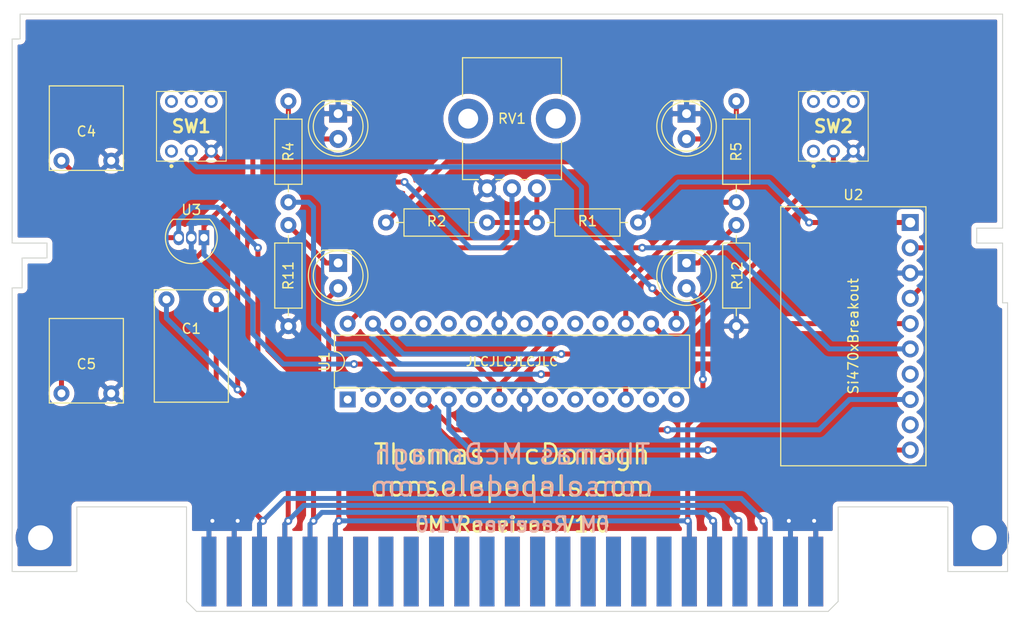
<source format=kicad_pcb>
(kicad_pcb (version 20171130) (host pcbnew "(5.1.7)-1")
  (layers (0 F.Cu signal) (31 B.Cu signal) (34 B.Paste user) (35 F.Paste user) (36 B.SilkS user) (37 F.SilkS user) (38 B.Mask user) (39 F.Mask user) (44 Edge.Cuts user))
  (net 0 "")
  (net 1 GND)
  (net 2 /LEDPower)
  (net 3 /Input)
  (net 4 +9V)
  (net 5 "Net-(D1-Pad2)")
  (net 6 "Net-(D2-Pad2)")
  (net 7 "Net-(D4-Pad1)")
  (net 8 "Net-(D5-Pad1)")
  (net 9 /LED_A)
  (net 10 /LED_B)
  (net 11 /SW_A)
  (net 12 /SW_B)
  (net 13 "Net-(R1-Pad1)")
  (net 14 /Output)
  (net 15 +3V3)
  (net 16 "Net-(R1-Pad2)")
  (net 17 "Net-(R2-Pad1)")
  (net 18 /D2)
  (net 19 /D3)
  (net 20 /SDA)
  (net 21 /SCL)
  (module Resistor_THT:R_Axial_DIN0207_L6.3mm_D2.5mm_P10.16mm_Horizontal (layer F.Cu) (at 110.25 101.346 90)
    (fp_text reference R11 (at 5.08 0 90) (layer F.SilkS))
    (fp_text value RLED)
    (fp_line (start 9.12 0) (end 8.35 0) (layer F.SilkS) (width 0.12))
    (fp_line (start 1.04 0) (end 1.81 0) (layer F.SilkS) (width 0.12))
    (fp_line (start 8.35 -1.37) (end 1.81 -1.37) (layer F.SilkS) (width 0.12))
    (fp_line (start 8.35 1.37) (end 8.35 -1.37) (layer F.SilkS) (width 0.12))
    (fp_line (start 1.81 1.37) (end 8.35 1.37) (layer F.SilkS) (width 0.12))
    (fp_line (start 1.81 -1.37) (end 1.81 1.37) (layer F.SilkS) (width 0.12))
    (pad 1 thru_hole circle (at 0 0 90) (size 1.6 1.6) (drill 0.8) (layers *.Cu *.Mask) (net 1 GND))
    (pad 2 thru_hole oval (at 10.16 0 90) (size 1.6 1.6) (drill 0.8) (layers *.Cu *.Mask) (net 7 "Net-(D4-Pad1)"))
  )
  (module LED_THT:LED_D5.0mm (layer F.Cu) (at 115.25 95 270)
    (fp_text reference D4 hide)
    (fp_text value LED)
    (fp_line (start -1.29 -1.545) (end -1.29 1.545) (layer F.SilkS) (width 0.12))
    (fp_circle (center 1.27 0) (end 3.77 0) (layer F.SilkS) (width 0.12))
    (fp_arc (start 1.27 0) (end -1.29 -1.54483) (angle 148.9) (layer F.SilkS) (width 0.12))
    (fp_arc (start 1.27 0) (end -1.29 1.54483) (angle -148.9) (layer F.SilkS) (width 0.12))
    (pad 1 thru_hole rect (at 0 0 270) (size 1.8 1.8) (drill 0.9) (layers *.Cu *.Mask) (net 7 "Net-(D4-Pad1)"))
    (pad 2 thru_hole circle (at 2.54 0 270) (size 1.8 1.8) (drill 0.9) (layers *.Cu *.Mask) (net 2 /LEDPower))
  )
  (module LED_THT:LED_D5.0mm (layer F.Cu) (at 150.25 95 270)
    (fp_text reference D5 hide)
    (fp_text value LED)
    (fp_circle (center 1.27 0) (end 3.77 0) (layer F.SilkS) (width 0.12))
    (fp_line (start -1.29 -1.545) (end -1.29 1.545) (layer F.SilkS) (width 0.12))
    (fp_arc (start 1.27 0) (end -1.29 1.54483) (angle -148.9) (layer F.SilkS) (width 0.12))
    (fp_arc (start 1.27 0) (end -1.29 -1.54483) (angle 148.9) (layer F.SilkS) (width 0.12))
    (pad 2 thru_hole circle (at 2.54 0 270) (size 1.8 1.8) (drill 0.9) (layers *.Cu *.Mask) (net 2 /LEDPower))
    (pad 1 thru_hole rect (at 0 0 270) (size 1.8 1.8) (drill 0.9) (layers *.Cu *.Mask) (net 8 "Net-(D5-Pad1)"))
  )
  (module MountingHole:MountingHole_2.5mm_Pad (layer F.Cu) (at 85.35 122.6)
    (fp_text reference H1 hide)
    (fp_text value MountingHole_Pad)
    (pad 1 thru_hole circle (at 0 0) (size 5 5) (drill 2.5) (layers *.Cu *.Mask) (net 1 GND))
  )
  (module MountingHole:MountingHole_2.5mm_Pad (layer F.Cu) (at 180.15 122.6)
    (fp_text reference H2 hide)
    (fp_text value MountingHole_Pad)
    (pad 1 thru_hole circle (at 0 0) (size 5 5) (drill 2.5) (layers *.Cu *.Mask) (net 1 GND))
  )
  (module libraries:N64-Connector-Wide (layer F.Cu) (at 132.75 126)
    (fp_text reference J2 hide)
    (fp_text value Conn_02x25_Counter_Clockwise)
    (pad 50 connect rect (at 30.48 0) (size 1.5 7) (layers B.Cu B.Mask) (net 1 GND))
    (pad 49 connect rect (at 27.94 0) (size 1.5 7) (layers B.Cu B.Mask) (net 1 GND))
    (pad 48 connect rect (at 25.4 0) (size 1.5 7) (layers B.Cu B.Mask) (net 3 /Input))
    (pad 47 connect rect (at 22.86 0) (size 1.5 7) (layers B.Cu B.Mask) (net 14 /Output))
    (pad 46 connect rect (at 20.32 0) (size 1.5 7) (layers B.Cu B.Mask) (net 4 +9V))
    (pad 45 connect rect (at 17.78 0) (size 1.5 7) (layers B.Cu B.Mask) (net 2 /LEDPower))
    (pad 44 connect rect (at 15.24 0) (size 1.5 7) (layers B.Cu B.Mask))
    (pad 43 connect rect (at 12.7 0) (size 1.5 7) (layers B.Cu B.Mask))
    (pad 42 connect rect (at 10.16 0) (size 1.5 7) (layers B.Cu B.Mask))
    (pad 41 connect rect (at 7.62 0) (size 1.5 7) (layers B.Cu B.Mask))
    (pad 40 connect rect (at 5.08 0) (size 1.5 7) (layers B.Cu B.Mask))
    (pad 39 connect rect (at 2.54 0) (size 1.5 7) (layers B.Cu B.Mask))
    (pad 38 connect rect (at 0 0) (size 1.5 7) (layers B.Cu B.Mask))
    (pad 37 connect rect (at -2.54 0) (size 1.5 7) (layers B.Cu B.Mask))
    (pad 36 connect rect (at -5.08 0) (size 1.5 7) (layers B.Cu B.Mask))
    (pad 35 connect rect (at -7.62 0) (size 1.5 7) (layers B.Cu B.Mask))
    (pad 34 connect rect (at -10.16 0) (size 1.5 7) (layers B.Cu B.Mask))
    (pad 33 connect rect (at -12.7 0) (size 1.5 7) (layers B.Cu B.Mask))
    (pad 32 connect rect (at -15.24 0) (size 1.5 7) (layers B.Cu B.Mask))
    (pad 31 connect rect (at -17.78 0) (size 1.5 7) (layers B.Cu B.Mask) (net 2 /LEDPower))
    (pad 30 connect rect (at -20.32 0) (size 1.5 7) (layers B.Cu B.Mask) (net 4 +9V))
    (pad 29 connect rect (at -22.86 0) (size 1.5 7) (layers B.Cu B.Mask) (net 14 /Output))
    (pad 28 connect rect (at -25.4 0) (size 1.5 7) (layers B.Cu B.Mask) (net 3 /Input))
    (pad 27 connect rect (at -27.94 0) (size 1.5 7) (layers B.Cu B.Mask) (net 1 GND))
    (pad 26 connect rect (at -30.48 0) (size 1.5 7) (layers B.Cu B.Mask) (net 1 GND))
    (pad 25 connect rect (at 30.48 0) (size 1.5 7) (layers F.Cu F.Mask) (net 1 GND))
    (pad 24 connect rect (at 27.94 0) (size 1.5 7) (layers F.Cu F.Mask) (net 1 GND))
    (pad 23 connect rect (at 25.4 0) (size 1.5 7) (layers F.Cu F.Mask) (net 3 /Input))
    (pad 22 connect rect (at 22.86 0) (size 1.5 7) (layers F.Cu F.Mask) (net 14 /Output))
    (pad 21 connect rect (at 20.32 0) (size 1.5 7) (layers F.Cu F.Mask) (net 4 +9V))
    (pad 20 connect rect (at 17.78 0) (size 1.5 7) (layers F.Cu F.Mask) (net 2 /LEDPower))
    (pad 19 connect rect (at 15.24 0) (size 1.5 7) (layers F.Cu F.Mask))
    (pad 18 connect rect (at 12.7 0) (size 1.5 7) (layers F.Cu F.Mask))
    (pad 17 connect rect (at 10.16 0) (size 1.5 7) (layers F.Cu F.Mask))
    (pad 16 connect rect (at 7.62 0) (size 1.5 7) (layers F.Cu F.Mask))
    (pad 15 connect rect (at 5.08 0) (size 1.5 7) (layers F.Cu F.Mask))
    (pad 14 connect rect (at 2.54 0) (size 1.5 7) (layers F.Cu F.Mask))
    (pad 13 connect rect (at 0 0) (size 1.5 7) (layers F.Cu F.Mask))
    (pad 12 connect rect (at -2.54 0) (size 1.5 7) (layers F.Cu F.Mask))
    (pad 11 connect rect (at -5.08 0) (size 1.5 7) (layers F.Cu F.Mask))
    (pad 10 connect rect (at -7.62 0) (size 1.5 7) (layers F.Cu F.Mask))
    (pad 9 connect rect (at -10.16 0) (size 1.5 7) (layers F.Cu F.Mask))
    (pad 8 connect rect (at -12.7 0) (size 1.5 7) (layers F.Cu F.Mask))
    (pad 7 connect rect (at -15.24 0) (size 1.5 7) (layers F.Cu F.Mask))
    (pad 6 connect rect (at -17.78 0) (size 1.5 7) (layers F.Cu F.Mask) (net 2 /LEDPower))
    (pad 5 connect rect (at -20.32 0) (size 1.5 7) (layers F.Cu F.Mask) (net 4 +9V))
    (pad 4 connect rect (at -22.86 0) (size 1.5 7) (layers F.Cu F.Mask) (net 14 /Output))
    (pad 3 connect rect (at -25.4 0) (size 1.5 7) (layers F.Cu F.Mask) (net 3 /Input))
    (pad 2 connect rect (at -27.94 0) (size 1.5 7) (layers F.Cu F.Mask) (net 1 GND))
    (pad 1 connect rect (at -30.48 0) (size 1.5 7) (layers F.Cu F.Mask) (net 1 GND))
  )
  (module libraries:C_Flat_L7.2_H6.5 (layer F.Cu) (at 92.456 84.328 180)
    (fp_text reference C4 (at 2.5 2.54) (layer F.SilkS))
    (fp_text value 0.33uF)
    (fp_line (start -1.22 -1.37) (end 6.22 -1.37) (layer F.SilkS) (width 0.12))
    (fp_line (start -1.22 7.12) (end 6.22 7.12) (layer F.SilkS) (width 0.12))
    (fp_line (start -1.22 -1.37) (end -1.22 7.12) (layer F.SilkS) (width 0.12))
    (fp_line (start 6.22 -1.37) (end 6.22 7.12) (layer F.SilkS) (width 0.12))
    (pad 1 thru_hole circle (at 0 -0.4 180) (size 1.6 1.6) (drill 0.8) (layers *.Cu *.Mask) (net 1 GND))
    (pad 2 thru_hole circle (at 5 -0.4 180) (size 1.6 1.6) (drill 0.8) (layers *.Cu *.Mask) (net 4 +9V))
  )
  (module libraries:C_Flat_L7.2_H6.5 (layer F.Cu) (at 92.456 107.696 180)
    (fp_text reference C5 (at 2.5 2.54) (layer F.SilkS))
    (fp_text value 0.1uF)
    (fp_line (start 6.22 -1.37) (end 6.22 7.12) (layer F.SilkS) (width 0.12))
    (fp_line (start -1.22 -1.37) (end -1.22 7.12) (layer F.SilkS) (width 0.12))
    (fp_line (start -1.22 7.12) (end 6.22 7.12) (layer F.SilkS) (width 0.12))
    (fp_line (start -1.22 -1.37) (end 6.22 -1.37) (layer F.SilkS) (width 0.12))
    (pad 2 thru_hole circle (at 5 -0.4 180) (size 1.6 1.6) (drill 0.8) (layers *.Cu *.Mask) (net 15 +3V3))
    (pad 1 thru_hole circle (at 0 -0.4 180) (size 1.6 1.6) (drill 0.8) (layers *.Cu *.Mask) (net 1 GND))
  )
  (module LED_THT:LED_D5.0mm (layer F.Cu) (at 115.25 80 270)
    (fp_text reference D1 hide)
    (fp_text value LED)
    (fp_circle (center 1.27 0) (end 3.77 0) (layer F.SilkS) (width 0.12))
    (fp_line (start -1.29 -1.545) (end -1.29 1.545) (layer F.SilkS) (width 0.12))
    (fp_arc (start 1.27 0) (end -1.29 1.54483) (angle -148.9) (layer F.SilkS) (width 0.12))
    (fp_arc (start 1.27 0) (end -1.29 -1.54483) (angle 148.9) (layer F.SilkS) (width 0.12))
    (pad 2 thru_hole circle (at 2.54 0 270) (size 1.8 1.8) (drill 0.9) (layers *.Cu *.Mask) (net 5 "Net-(D1-Pad2)"))
    (pad 1 thru_hole rect (at 0 0 270) (size 1.8 1.8) (drill 0.9) (layers *.Cu *.Mask) (net 1 GND))
  )
  (module LED_THT:LED_D5.0mm (layer F.Cu) (at 150.25 80 270)
    (fp_text reference D2 hide)
    (fp_text value LED)
    (fp_line (start -1.29 -1.545) (end -1.29 1.545) (layer F.SilkS) (width 0.12))
    (fp_circle (center 1.27 0) (end 3.77 0) (layer F.SilkS) (width 0.12))
    (fp_arc (start 1.27 0) (end -1.29 -1.54483) (angle 148.9) (layer F.SilkS) (width 0.12))
    (fp_arc (start 1.27 0) (end -1.29 1.54483) (angle -148.9) (layer F.SilkS) (width 0.12))
    (pad 1 thru_hole rect (at 0 0 270) (size 1.8 1.8) (drill 0.9) (layers *.Cu *.Mask) (net 1 GND))
    (pad 2 thru_hole circle (at 2.54 0 270) (size 1.8 1.8) (drill 0.9) (layers *.Cu *.Mask) (net 6 "Net-(D2-Pad2)"))
  )
  (module Resistor_THT:R_Axial_DIN0207_L6.3mm_D2.5mm_P10.16mm_Horizontal (layer F.Cu) (at 110.25 88.9 90)
    (fp_text reference R4 (at 5.08 -0.000001 90) (layer F.SilkS))
    (fp_text value RLED)
    (fp_line (start 1.81 -1.37) (end 1.81 1.37) (layer F.SilkS) (width 0.12))
    (fp_line (start 1.81 1.37) (end 8.35 1.37) (layer F.SilkS) (width 0.12))
    (fp_line (start 8.35 1.37) (end 8.35 -1.37) (layer F.SilkS) (width 0.12))
    (fp_line (start 8.35 -1.37) (end 1.81 -1.37) (layer F.SilkS) (width 0.12))
    (fp_line (start 1.04 0) (end 1.81 0) (layer F.SilkS) (width 0.12))
    (fp_line (start 9.12 0) (end 8.35 0) (layer F.SilkS) (width 0.12))
    (pad 2 thru_hole oval (at 10.16 0 90) (size 1.6 1.6) (drill 0.8) (layers *.Cu *.Mask) (net 5 "Net-(D1-Pad2)"))
    (pad 1 thru_hole circle (at 0 0 90) (size 1.6 1.6) (drill 0.8) (layers *.Cu *.Mask) (net 9 /LED_A))
  )
  (module Resistor_THT:R_Axial_DIN0207_L6.3mm_D2.5mm_P10.16mm_Horizontal (layer F.Cu) (at 155.25 88.9 90)
    (fp_text reference R5 (at 5.08 -0.000001 90) (layer F.SilkS))
    (fp_text value RLED)
    (fp_line (start 9.12 0) (end 8.35 0) (layer F.SilkS) (width 0.12))
    (fp_line (start 1.04 0) (end 1.81 0) (layer F.SilkS) (width 0.12))
    (fp_line (start 8.35 -1.37) (end 1.81 -1.37) (layer F.SilkS) (width 0.12))
    (fp_line (start 8.35 1.37) (end 8.35 -1.37) (layer F.SilkS) (width 0.12))
    (fp_line (start 1.81 1.37) (end 8.35 1.37) (layer F.SilkS) (width 0.12))
    (fp_line (start 1.81 -1.37) (end 1.81 1.37) (layer F.SilkS) (width 0.12))
    (pad 1 thru_hole circle (at 0 0 90) (size 1.6 1.6) (drill 0.8) (layers *.Cu *.Mask) (net 10 /LED_B))
    (pad 2 thru_hole oval (at 10.16 0 90) (size 1.6 1.6) (drill 0.8) (layers *.Cu *.Mask) (net 6 "Net-(D2-Pad2)"))
  )
  (module Resistor_THT:R_Axial_DIN0207_L6.3mm_D2.5mm_P10.16mm_Horizontal (layer F.Cu) (at 155.25 91.186 270)
    (fp_text reference R12 (at 5.08 -0.100001 90) (layer F.SilkS))
    (fp_text value RLED)
    (fp_line (start 9.12 0) (end 8.35 0) (layer F.SilkS) (width 0.12))
    (fp_line (start 1.04 0) (end 1.81 0) (layer F.SilkS) (width 0.12))
    (fp_line (start 8.35 -1.37) (end 1.81 -1.37) (layer F.SilkS) (width 0.12))
    (fp_line (start 8.35 1.37) (end 8.35 -1.37) (layer F.SilkS) (width 0.12))
    (fp_line (start 1.81 1.37) (end 8.35 1.37) (layer F.SilkS) (width 0.12))
    (fp_line (start 1.81 -1.37) (end 1.81 1.37) (layer F.SilkS) (width 0.12))
    (pad 1 thru_hole circle (at 0 0 270) (size 1.6 1.6) (drill 0.8) (layers *.Cu *.Mask) (net 8 "Net-(D5-Pad1)"))
    (pad 2 thru_hole oval (at 10.16 0 270) (size 1.6 1.6) (drill 0.8) (layers *.Cu *.Mask) (net 1 GND))
  )
  (module libraries:C_Flat_L7.2_H10 (layer F.Cu) (at 98 99.06)
    (fp_text reference C1 (at 2.5 2.54) (layer F.SilkS))
    (fp_text value 1uF)
    (fp_line (start 6.22 -1.37) (end 6.22 9.92) (layer F.SilkS) (width 0.12))
    (fp_line (start -1.22 -1.37) (end -1.22 9.92) (layer F.SilkS) (width 0.12))
    (fp_line (start -1.22 9.92) (end 6.22 9.92) (layer F.SilkS) (width 0.12))
    (fp_line (start -1.22 -1.37) (end 6.22 -1.37) (layer F.SilkS) (width 0.12))
    (pad 1 thru_hole circle (at 0 -0.4) (size 1.6 1.6) (drill 0.8) (layers *.Cu *.Mask) (net 14 /Output))
    (pad 2 thru_hole circle (at 5 -0.4) (size 1.6 1.6) (drill 0.8) (layers *.Cu *.Mask) (net 3 /Input))
  )
  (module Resistor_THT:R_Axial_DIN0207_L6.3mm_D2.5mm_P10.16mm_Horizontal (layer F.Cu) (at 135.215 90.932)
    (fp_text reference R1 (at 5.08 -0.139001) (layer F.SilkS))
    (fp_text value 100R)
    (fp_line (start 1.81 -1.37) (end 1.81 1.37) (layer F.SilkS) (width 0.12))
    (fp_line (start 1.81 1.37) (end 8.35 1.37) (layer F.SilkS) (width 0.12))
    (fp_line (start 8.35 1.37) (end 8.35 -1.37) (layer F.SilkS) (width 0.12))
    (fp_line (start 8.35 -1.37) (end 1.81 -1.37) (layer F.SilkS) (width 0.12))
    (fp_line (start 1.04 0) (end 1.81 0) (layer F.SilkS) (width 0.12))
    (fp_line (start 9.12 0) (end 8.35 0) (layer F.SilkS) (width 0.12))
    (pad 2 thru_hole oval (at 10.16 0) (size 1.6 1.6) (drill 0.8) (layers *.Cu *.Mask) (net 16 "Net-(R1-Pad2)"))
    (pad 1 thru_hole circle (at 0 0) (size 1.6 1.6) (drill 0.8) (layers *.Cu *.Mask) (net 13 "Net-(R1-Pad1)"))
  )
  (module Resistor_THT:R_Axial_DIN0207_L6.3mm_D2.5mm_P10.16mm_Horizontal (layer F.Cu) (at 120.055 90.932)
    (fp_text reference R2 (at 5.08 -0.127001) (layer F.SilkS))
    (fp_text value 100R)
    (fp_line (start 9.12 0) (end 8.35 0) (layer F.SilkS) (width 0.12))
    (fp_line (start 1.04 0) (end 1.81 0) (layer F.SilkS) (width 0.12))
    (fp_line (start 8.35 -1.37) (end 1.81 -1.37) (layer F.SilkS) (width 0.12))
    (fp_line (start 8.35 1.37) (end 8.35 -1.37) (layer F.SilkS) (width 0.12))
    (fp_line (start 1.81 1.37) (end 8.35 1.37) (layer F.SilkS) (width 0.12))
    (fp_line (start 1.81 -1.37) (end 1.81 1.37) (layer F.SilkS) (width 0.12))
    (pad 1 thru_hole circle (at 0 0) (size 1.6 1.6) (drill 0.8) (layers *.Cu *.Mask) (net 17 "Net-(R2-Pad1)"))
    (pad 2 thru_hole oval (at 10.16 0) (size 1.6 1.6) (drill 0.8) (layers *.Cu *.Mask) (net 13 "Net-(R1-Pad1)"))
  )
  (module Potentiometer_THT:Potentiometer_Bourns_PTV09A-1_Single_Vertical (layer F.Cu) (at 135.215 87.5 90)
    (fp_text reference RV1 (at 7 -2.5 180) (layer F.SilkS))
    (fp_text value 500K)
    (fp_line (start 13.12 -7.47) (end 13.12 2.47) (layer F.SilkS) (width 0.12))
    (fp_line (start 0.88 0.87) (end 0.88 2.47) (layer F.SilkS) (width 0.12))
    (fp_line (start 0.88 -1.629) (end 0.88 -0.87) (layer F.SilkS) (width 0.12))
    (fp_line (start 0.88 -4.129) (end 0.88 -3.37) (layer F.SilkS) (width 0.12))
    (fp_line (start 0.88 -7.47) (end 0.88 -5.871) (layer F.SilkS) (width 0.12))
    (fp_line (start 9.255 2.47) (end 13.12 2.47) (layer F.SilkS) (width 0.12))
    (fp_line (start 0.88 2.47) (end 4.745 2.47) (layer F.SilkS) (width 0.12))
    (fp_line (start 9.255 -7.47) (end 13.12 -7.47) (layer F.SilkS) (width 0.12))
    (fp_line (start 0.88 -7.47) (end 4.745 -7.47) (layer F.SilkS) (width 0.12))
    (pad 3 thru_hole circle (at 0 -5 90) (size 1.8 1.8) (drill 1) (layers *.Cu *.Mask) (net 1 GND))
    (pad 2 thru_hole circle (at 0 -2.5 90) (size 1.8 1.8) (drill 1) (layers *.Cu *.Mask) (net 14 /Output))
    (pad 1 thru_hole circle (at 0 0 90) (size 1.8 1.8) (drill 1) (layers *.Cu *.Mask) (net 13 "Net-(R1-Pad1)"))
    (pad "" np_thru_hole circle (at 7 -6.9 90) (size 4 4) (drill 2) (layers *.Cu *.Mask))
    (pad "" np_thru_hole circle (at 7 1.9 90) (size 4 4) (drill 2) (layers *.Cu *.Mask))
  )
  (module TL2230EEF140-LatchSwitch:TL2230OAF140 (layer F.Cu) (at 98.5 83.77)
    (fp_text reference SW1 (at 2 -2.5) (layer F.SilkS) (effects (font (size 1.27 1.27) (thickness 0.254))))
    (fp_text value SW_A hide)
    (fp_arc (start 0 1.5) (end 0.1 1.5) (angle 180) (layer F.SilkS) (width 0.2))
    (fp_arc (start 0 1.5) (end -0.1 1.5) (angle 180) (layer F.SilkS) (width 0.2))
    (fp_line (start -1.5 -6) (end 5.5 -6) (layer F.SilkS) (width 0.1))
    (fp_line (start 5.5 -6) (end 5.5 1) (layer F.SilkS) (width 0.1))
    (fp_line (start 5.5 1) (end -1.5 1) (layer F.SilkS) (width 0.1))
    (fp_line (start -1.5 1) (end -1.5 -6) (layer F.SilkS) (width 0.1))
    (fp_line (start -0.1 1.5) (end -0.1 1.5) (layer F.SilkS) (width 0.2))
    (fp_line (start 0.1 1.5) (end 0.1 1.5) (layer F.SilkS) (width 0.2))
    (pad 6 thru_hole circle (at 4 -5) (size 1.3 1.3) (drill 0.8) (layers *.Cu *.Mask))
    (pad 5 thru_hole circle (at 2 -5) (size 1.3 1.3) (drill 0.8) (layers *.Cu *.Mask))
    (pad 4 thru_hole circle (at 0 -5) (size 1.3 1.3) (drill 0.8) (layers *.Cu *.Mask))
    (pad 3 thru_hole circle (at 4 0) (size 1.3 1.3) (drill 0.8) (layers *.Cu *.Mask) (net 1 GND))
    (pad 2 thru_hole circle (at 2 0) (size 1.3 1.3) (drill 0.8) (layers *.Cu *.Mask) (net 11 /SW_A))
    (pad 1 thru_hole circle (at 0 0) (size 1.3 1.3) (drill 0.8) (layers *.Cu *.Mask))
  )
  (module TL2230EEF140-LatchSwitch:TL2230OAF140 (layer F.Cu) (at 163 83.77)
    (fp_text reference SW2 (at 2 -2.5) (layer F.SilkS) (effects (font (size 1.27 1.27) (thickness 0.254))))
    (fp_text value SW_B hide)
    (fp_line (start 0.1 1.5) (end 0.1 1.5) (layer F.SilkS) (width 0.2))
    (fp_line (start -0.1 1.5) (end -0.1 1.5) (layer F.SilkS) (width 0.2))
    (fp_line (start -1.5 1) (end -1.5 -6) (layer F.SilkS) (width 0.1))
    (fp_line (start 5.5 1) (end -1.5 1) (layer F.SilkS) (width 0.1))
    (fp_line (start 5.5 -6) (end 5.5 1) (layer F.SilkS) (width 0.1))
    (fp_line (start -1.5 -6) (end 5.5 -6) (layer F.SilkS) (width 0.1))
    (fp_arc (start 0 1.5) (end -0.1 1.5) (angle 180) (layer F.SilkS) (width 0.2))
    (fp_arc (start 0 1.5) (end 0.1 1.5) (angle 180) (layer F.SilkS) (width 0.2))
    (pad 1 thru_hole circle (at 0 0) (size 1.3 1.3) (drill 0.8) (layers *.Cu *.Mask))
    (pad 2 thru_hole circle (at 2 0) (size 1.3 1.3) (drill 0.8) (layers *.Cu *.Mask) (net 12 /SW_B))
    (pad 3 thru_hole circle (at 4 0) (size 1.3 1.3) (drill 0.8) (layers *.Cu *.Mask) (net 1 GND))
    (pad 4 thru_hole circle (at 0 -5) (size 1.3 1.3) (drill 0.8) (layers *.Cu *.Mask))
    (pad 5 thru_hole circle (at 2 -5) (size 1.3 1.3) (drill 0.8) (layers *.Cu *.Mask))
    (pad 6 thru_hole circle (at 4 -5) (size 1.3 1.3) (drill 0.8) (layers *.Cu *.Mask))
  )
  (module Package_DIP:DIP-28_W7.62mm (layer F.Cu) (at 116.205 108.712 90)
    (fp_text reference U1 (at 3.81 -2.33 90) (layer F.SilkS))
    (fp_text value ATmega328P-PU)
    (fp_line (start 6.46 -1.33) (end 4.81 -1.33) (layer F.SilkS) (width 0.12))
    (fp_line (start 6.46 34.35) (end 6.46 -1.33) (layer F.SilkS) (width 0.12))
    (fp_line (start 1.16 34.35) (end 6.46 34.35) (layer F.SilkS) (width 0.12))
    (fp_line (start 1.16 -1.33) (end 1.16 34.35) (layer F.SilkS) (width 0.12))
    (fp_line (start 2.81 -1.33) (end 1.16 -1.33) (layer F.SilkS) (width 0.12))
    (fp_arc (start 3.81 -1.33) (end 2.81 -1.33) (angle -180) (layer F.SilkS) (width 0.12))
    (pad 1 thru_hole rect (at 0 0 90) (size 1.6 1.6) (drill 0.8) (layers *.Cu *.Mask))
    (pad 15 thru_hole oval (at 7.62 33.02 90) (size 1.6 1.6) (drill 0.8) (layers *.Cu *.Mask) (net 11 /SW_A))
    (pad 2 thru_hole oval (at 0 2.54 90) (size 1.6 1.6) (drill 0.8) (layers *.Cu *.Mask))
    (pad 16 thru_hole oval (at 7.62 30.48 90) (size 1.6 1.6) (drill 0.8) (layers *.Cu *.Mask) (net 12 /SW_B))
    (pad 3 thru_hole oval (at 0 5.08 90) (size 1.6 1.6) (drill 0.8) (layers *.Cu *.Mask))
    (pad 17 thru_hole oval (at 7.62 27.94 90) (size 1.6 1.6) (drill 0.8) (layers *.Cu *.Mask) (net 10 /LED_B))
    (pad 4 thru_hole oval (at 0 7.62 90) (size 1.6 1.6) (drill 0.8) (layers *.Cu *.Mask) (net 18 /D2))
    (pad 18 thru_hole oval (at 7.62 25.4 90) (size 1.6 1.6) (drill 0.8) (layers *.Cu *.Mask))
    (pad 5 thru_hole oval (at 0 10.16 90) (size 1.6 1.6) (drill 0.8) (layers *.Cu *.Mask) (net 19 /D3))
    (pad 19 thru_hole oval (at 7.62 22.86 90) (size 1.6 1.6) (drill 0.8) (layers *.Cu *.Mask))
    (pad 6 thru_hole oval (at 0 12.7 90) (size 1.6 1.6) (drill 0.8) (layers *.Cu *.Mask))
    (pad 20 thru_hole oval (at 7.62 20.32 90) (size 1.6 1.6) (drill 0.8) (layers *.Cu *.Mask) (net 15 +3V3))
    (pad 7 thru_hole oval (at 0 15.24 90) (size 1.6 1.6) (drill 0.8) (layers *.Cu *.Mask) (net 15 +3V3))
    (pad 21 thru_hole oval (at 7.62 17.78 90) (size 1.6 1.6) (drill 0.8) (layers *.Cu *.Mask))
    (pad 8 thru_hole oval (at 0 17.78 90) (size 1.6 1.6) (drill 0.8) (layers *.Cu *.Mask) (net 1 GND))
    (pad 22 thru_hole oval (at 7.62 15.24 90) (size 1.6 1.6) (drill 0.8) (layers *.Cu *.Mask) (net 1 GND))
    (pad 9 thru_hole oval (at 0 20.32 90) (size 1.6 1.6) (drill 0.8) (layers *.Cu *.Mask))
    (pad 23 thru_hole oval (at 7.62 12.7 90) (size 1.6 1.6) (drill 0.8) (layers *.Cu *.Mask))
    (pad 10 thru_hole oval (at 0 22.86 90) (size 1.6 1.6) (drill 0.8) (layers *.Cu *.Mask))
    (pad 24 thru_hole oval (at 7.62 10.16 90) (size 1.6 1.6) (drill 0.8) (layers *.Cu *.Mask))
    (pad 11 thru_hole oval (at 0 25.4 90) (size 1.6 1.6) (drill 0.8) (layers *.Cu *.Mask))
    (pad 25 thru_hole oval (at 7.62 7.62 90) (size 1.6 1.6) (drill 0.8) (layers *.Cu *.Mask))
    (pad 12 thru_hole oval (at 0 27.94 90) (size 1.6 1.6) (drill 0.8) (layers *.Cu *.Mask) (net 9 /LED_A))
    (pad 26 thru_hole oval (at 7.62 5.08 90) (size 1.6 1.6) (drill 0.8) (layers *.Cu *.Mask))
    (pad 13 thru_hole oval (at 0 30.48 90) (size 1.6 1.6) (drill 0.8) (layers *.Cu *.Mask))
    (pad 27 thru_hole oval (at 7.62 2.54 90) (size 1.6 1.6) (drill 0.8) (layers *.Cu *.Mask) (net 20 /SDA))
    (pad 14 thru_hole oval (at 0 33.02 90) (size 1.6 1.6) (drill 0.8) (layers *.Cu *.Mask))
    (pad 28 thru_hole oval (at 7.62 0 90) (size 1.6 1.6) (drill 0.8) (layers *.Cu *.Mask) (net 21 /SCL))
  )
  (module libraries:Si470xBreakout (layer F.Cu) (at 172.72 90.932)
    (fp_text reference U2 (at -5.715 -2.77) (layer F.SilkS))
    (fp_text value Si470xBreakout)
    (fp_line (start -13.01 -1.58) (end 1.58 -1.58) (layer F.SilkS) (width 0.12))
    (fp_line (start -13.01 -1.58) (end -13.01 24.44) (layer F.SilkS) (width 0.12))
    (fp_line (start -13.01 24.44) (end 1.58 24.44) (layer F.SilkS) (width 0.12))
    (fp_line (start 1.58 -1.58) (end 1.58 24.44) (layer F.SilkS) (width 0.12))
    (fp_text user Si470xBreakout (at -5.715 11.43 90) (layer F.SilkS))
    (pad 1 thru_hole rect (at 0 0) (size 1.7 1.7) (drill 1) (layers *.Cu *.Mask) (net 16 "Net-(R1-Pad2)"))
    (pad 2 thru_hole oval (at 0 2.54) (size 1.7 1.7) (drill 1) (layers *.Cu *.Mask) (net 17 "Net-(R2-Pad1)"))
    (pad 3 thru_hole oval (at 0 5.08) (size 1.7 1.7) (drill 1) (layers *.Cu *.Mask) (net 1 GND))
    (pad 4 thru_hole oval (at 0 7.62) (size 1.7 1.7) (drill 1) (layers *.Cu *.Mask) (net 15 +3V3))
    (pad 5 thru_hole oval (at 0 10.16) (size 1.7 1.7) (drill 1) (layers *.Cu *.Mask) (net 20 /SDA))
    (pad 6 thru_hole oval (at 0 12.7) (size 1.7 1.7) (drill 1) (layers *.Cu *.Mask) (net 21 /SCL))
    (pad 7 thru_hole oval (at 0 15.24) (size 1.7 1.7) (drill 1) (layers *.Cu *.Mask))
    (pad 8 thru_hole oval (at 0 17.78) (size 1.7 1.7) (drill 1) (layers *.Cu *.Mask) (net 18 /D2))
    (pad 9 thru_hole oval (at 0 20.32) (size 1.7 1.7) (drill 1) (layers *.Cu *.Mask))
    (pad 10 thru_hole oval (at 0 22.86) (size 1.7 1.7) (drill 1) (layers *.Cu *.Mask) (net 19 /D3))
  )
  (module Package_TO_SOT_THT:TO-92_Inline (layer F.Cu) (at 101.77 92.456 180)
    (fp_text reference U3 (at 1.27 2.794) (layer F.SilkS))
    (fp_text value L78L33_TO92)
    (fp_line (start -0.53 1.85) (end 3.07 1.85) (layer F.SilkS) (width 0.12))
    (fp_arc (start 1.27 0) (end 1.27 -2.6) (angle -135) (layer F.SilkS) (width 0.12))
    (fp_arc (start 1.27 0) (end 1.27 -2.6) (angle 135) (layer F.SilkS) (width 0.12))
    (pad 2 thru_hole oval (at 1.27 0 180) (size 1.05 1.5) (drill 0.75) (layers *.Cu *.Mask) (net 1 GND))
    (pad 3 thru_hole oval (at 2.54 0 180) (size 1.05 1.5) (drill 0.75) (layers *.Cu *.Mask) (net 4 +9V))
    (pad 1 thru_hole rect (at 0 0 180) (size 1.05 1.5) (drill 0.75) (layers *.Cu *.Mask) (net 15 +3V3))
  )
  (gr_text JLCJLCJLCJLC (at 132.715 104.902) (layer F.SilkS) (effects (font (size 0.9 0.9))))
  (gr_line (start 182 70) (end 83.3 70) (layer Edge.Cuts) (width 0.1))
  (gr_line (start 182 70) (end 182 91.5) (layer Edge.Cuts) (width 0.1))
  (gr_line (start 182 91.5) (end 179.4 91.5) (layer Edge.Cuts) (width 0.1))
  (gr_line (start 179.4 93) (end 179.4 91.5) (layer Edge.Cuts) (width 0.1))
  (gr_line (start 182 93) (end 179.4 93) (layer Edge.Cuts) (width 0.1))
  (gr_line (start 83.3 72.5) (end 83.3 70) (layer Edge.Cuts) (width 0.1))
  (gr_line (start 82.5 72.5) (end 83.3 72.5) (layer Edge.Cuts) (width 0.1))
  (gr_line (start 82.5 93) (end 82.5 72.5) (layer Edge.Cuts) (width 0.1))
  (gr_line (start 86 93) (end 82.5 93) (layer Edge.Cuts) (width 0.1))
  (gr_text "FM Receiver V1.0" (at 132.75 121.285) (layer B.SilkS) (effects (font (size 1.5 1.5) (thickness 0.25)) (justify mirror)))
  (gr_text "FM Receiver V1.0" (at 132.75 121.285) (layer F.SilkS) (effects (font (size 1.5 1.5) (thickness 0.25))))
  (gr_text "Thomas McDonagh\nconsolepedals.com" (at 132.715 115.824) (layer B.SilkS) (effects (font (size 2 2) (thickness 0.25)) (justify mirror)))
  (gr_text "Thomas McDonagh\nconsolepedals.com" (at 132.715 115.824) (layer F.SilkS) (effects (font (size 2 2) (thickness 0.25))))
  (gr_line (start 182 93) (end 182 99) (layer Edge.Cuts) (width 0.1))
  (gr_line (start 182.5 99) (end 182 99) (layer Edge.Cuts) (width 0.1))
  (gr_line (start 182.5 126) (end 182.5 99) (layer Edge.Cuts) (width 0.1))
  (gr_line (start 182.5 126) (end 176.5 126) (layer Edge.Cuts) (width 0.1))
  (gr_line (start 176.5 119.5) (end 176.5 126) (layer Edge.Cuts) (width 0.1))
  (gr_line (start 176.5 119.5) (end 165.48 119.5) (layer Edge.Cuts) (width 0.1))
  (gr_line (start 165.48 129) (end 165.48 119.5) (layer Edge.Cuts) (width 0.1))
  (gr_line (start 165.48 129) (end 164.48 130) (layer Edge.Cuts) (width 0.1))
  (gr_line (start 86 94.5) (end 86 93) (layer Edge.Cuts) (width 0.1))
  (gr_line (start 83.5 94.5) (end 86 94.5) (layer Edge.Cuts) (width 0.1))
  (gr_line (start 83.5 97.5) (end 83.5 94.5) (layer Edge.Cuts) (width 0.1))
  (gr_line (start 82.5 97.5) (end 83.5 97.5) (layer Edge.Cuts) (width 0.1))
  (gr_line (start 82.5 126) (end 82.5 97.5) (layer Edge.Cuts) (width 0.1))
  (gr_line (start 89 126) (end 82.5 126) (layer Edge.Cuts) (width 0.1))
  (gr_line (start 89 119.5) (end 89 126) (layer Edge.Cuts) (width 0.1))
  (gr_line (start 100.02 119.5) (end 89 119.5) (layer Edge.Cuts) (width 0.1))
  (gr_line (start 100.02 129) (end 100.02 119.5) (layer Edge.Cuts) (width 0.1))
  (gr_line (start 100.02 129) (end 101.02 130) (layer Edge.Cuts) (width 0.1))
  (gr_line (start 164.48 130) (end 101.02 130) (layer Edge.Cuts) (width 0.1))
  (via (at 102.616 120.904) (size 0.8) (drill 0.4) (layers F.Cu B.Cu) (net 1))
  (segment (start 102.27 121.25) (end 102.616 120.904) (width 0.5) (layer B.Cu) (net 1))
  (segment (start 102.27 126) (end 102.27 121.25) (width 0.5) (layer B.Cu) (net 1))
  (via (at 105.156 120.904) (size 0.8) (drill 0.4) (layers F.Cu B.Cu) (net 1))
  (segment (start 104.81 121.25) (end 105.156 120.904) (width 0.5) (layer B.Cu) (net 1))
  (segment (start 104.81 126) (end 104.81 121.25) (width 0.5) (layer B.Cu) (net 1))
  (via (at 160.528 120.904) (size 0.8) (drill 0.4) (layers F.Cu B.Cu) (net 1))
  (segment (start 160.69 121.066) (end 160.528 120.904) (width 0.5) (layer B.Cu) (net 1))
  (segment (start 160.69 126) (end 160.69 121.066) (width 0.5) (layer B.Cu) (net 1))
  (via (at 163.068 120.904) (size 0.8) (drill 0.4) (layers F.Cu B.Cu) (net 1))
  (segment (start 163.23 121.066) (end 163.068 120.904) (width 0.5) (layer B.Cu) (net 1))
  (segment (start 163.23 126) (end 163.23 121.066) (width 0.5) (layer B.Cu) (net 1))
  (segment (start 102.27 121.25) (end 102.616 120.904) (width 0.5) (layer F.Cu) (net 1))
  (segment (start 102.27 126) (end 102.27 121.25) (width 0.5) (layer F.Cu) (net 1))
  (segment (start 104.81 121.25) (end 105.156 120.904) (width 0.5) (layer F.Cu) (net 1))
  (segment (start 104.81 126) (end 104.81 121.25) (width 0.5) (layer F.Cu) (net 1))
  (segment (start 160.69 121.066) (end 160.528 120.904) (width 0.5) (layer F.Cu) (net 1))
  (segment (start 160.69 126) (end 160.69 121.066) (width 0.5) (layer F.Cu) (net 1))
  (segment (start 163.23 121.066) (end 163.068 120.904) (width 0.5) (layer F.Cu) (net 1))
  (segment (start 163.23 126) (end 163.23 121.066) (width 0.5) (layer F.Cu) (net 1))
  (via (at 115.316 120.904) (size 0.8) (drill 0.4) (layers F.Cu B.Cu) (net 2))
  (segment (start 114.97 121.25) (end 115.316 120.904) (width 0.5) (layer B.Cu) (net 2))
  (segment (start 114.97 126) (end 114.97 121.25) (width 0.5) (layer B.Cu) (net 2))
  (segment (start 150.53 121.066) (end 150.368 120.904) (width 0.5) (layer F.Cu) (net 2))
  (via (at 150.368 120.904) (size 0.8) (drill 0.4) (layers F.Cu B.Cu) (net 2))
  (segment (start 150.53 126) (end 150.53 121.066) (width 0.5) (layer F.Cu) (net 2))
  (segment (start 114.97 121.25) (end 115.316 120.904) (width 0.5) (layer F.Cu) (net 2))
  (segment (start 114.97 126) (end 114.97 121.25) (width 0.5) (layer F.Cu) (net 2))
  (segment (start 150.53 121.066) (end 150.368 120.904) (width 0.5) (layer B.Cu) (net 2))
  (segment (start 150.53 126) (end 150.53 121.066) (width 0.5) (layer B.Cu) (net 2))
  (segment (start 115.316 120.904) (end 150.368 120.904) (width 0.5) (layer B.Cu) (net 2))
  (segment (start 115.316 120.904) (end 115.316 111.76) (width 0.5) (layer F.Cu) (net 2))
  (segment (start 115.316 111.76) (end 114.3 110.744) (width 0.5) (layer F.Cu) (net 2))
  (segment (start 114.3 98.49) (end 115.25 97.54) (width 0.5) (layer F.Cu) (net 2))
  (segment (start 114.3 110.744) (end 114.3 98.49) (width 0.5) (layer F.Cu) (net 2))
  (segment (start 150.368 120.904) (end 150.368 112.776) (width 0.5) (layer F.Cu) (net 2))
  (segment (start 150.368 112.776) (end 150.368 111.252) (width 0.5) (layer F.Cu) (net 2))
  (via (at 151.892 106.68) (size 0.8) (drill 0.4) (layers F.Cu B.Cu) (net 2))
  (segment (start 151.892 109.728) (end 151.892 106.68) (width 0.5) (layer F.Cu) (net 2))
  (segment (start 150.368 111.252) (end 151.892 109.728) (width 0.5) (layer F.Cu) (net 2))
  (segment (start 151.892 99.182) (end 150.25 97.54) (width 0.5) (layer B.Cu) (net 2))
  (segment (start 151.892 106.68) (end 151.892 99.182) (width 0.5) (layer B.Cu) (net 2))
  (via (at 107.696 120.904) (size 0.8) (drill 0.4) (layers F.Cu B.Cu) (net 3))
  (segment (start 107.35 121.25) (end 107.696 120.904) (width 0.5) (layer B.Cu) (net 3))
  (segment (start 107.35 126) (end 107.35 121.25) (width 0.5) (layer B.Cu) (net 3))
  (segment (start 107.35 121.25) (end 107.696 120.904) (width 0.5) (layer F.Cu) (net 3))
  (segment (start 107.35 126) (end 107.35 121.25) (width 0.5) (layer F.Cu) (net 3))
  (via (at 157.988 120.904) (size 0.8) (drill 0.4) (layers F.Cu B.Cu) (net 3))
  (segment (start 158.15 121.066) (end 157.988 120.904) (width 0.5) (layer B.Cu) (net 3))
  (segment (start 158.15 126) (end 158.15 121.066) (width 0.5) (layer B.Cu) (net 3))
  (segment (start 158.15 121.066) (end 157.988 120.904) (width 0.5) (layer F.Cu) (net 3))
  (segment (start 158.15 126) (end 158.15 121.066) (width 0.5) (layer F.Cu) (net 3))
  (segment (start 155.737979 118.653979) (end 157.988 120.904) (width 0.5) (layer B.Cu) (net 3))
  (segment (start 109.946021 118.653979) (end 155.737979 118.653979) (width 0.5) (layer B.Cu) (net 3))
  (segment (start 107.696 120.904) (end 109.946021 118.653979) (width 0.5) (layer B.Cu) (net 3))
  (segment (start 103 116.208) (end 107.696 120.904) (width 0.5) (layer F.Cu) (net 3))
  (segment (start 103 98.66) (end 103 116.208) (width 0.5) (layer F.Cu) (net 3))
  (via (at 112.776 120.904) (size 0.8) (drill 0.4) (layers F.Cu B.Cu) (net 4))
  (segment (start 112.43 121.25) (end 112.776 120.904) (width 0.5) (layer B.Cu) (net 4))
  (segment (start 112.43 126) (end 112.43 121.25) (width 0.5) (layer B.Cu) (net 4))
  (segment (start 153.07 121.066) (end 152.908 120.904) (width 0.5) (layer B.Cu) (net 4))
  (via (at 152.908 120.904) (size 0.8) (drill 0.4) (layers F.Cu B.Cu) (net 4))
  (segment (start 153.07 126) (end 153.07 121.066) (width 0.5) (layer B.Cu) (net 4))
  (segment (start 112.43 121.25) (end 112.776 120.904) (width 0.5) (layer F.Cu) (net 4))
  (segment (start 112.43 126) (end 112.43 121.25) (width 0.5) (layer F.Cu) (net 4))
  (segment (start 153.07 121.066) (end 152.908 120.904) (width 0.5) (layer F.Cu) (net 4))
  (segment (start 153.07 126) (end 153.07 121.066) (width 0.5) (layer F.Cu) (net 4))
  (segment (start 152.057999 120.053999) (end 152.908 120.904) (width 0.5) (layer B.Cu) (net 4))
  (segment (start 113.626001 120.053999) (end 152.057999 120.053999) (width 0.5) (layer B.Cu) (net 4))
  (segment (start 112.776 120.904) (end 113.626001 120.053999) (width 0.5) (layer B.Cu) (net 4))
  (segment (start 95.184 92.456) (end 87.456 84.728) (width 0.5) (layer F.Cu) (net 4))
  (segment (start 99.23 92.456) (end 95.184 92.456) (width 0.5) (layer F.Cu) (net 4))
  (segment (start 112.776 120.904) (end 112.776 109.728) (width 0.5) (layer F.Cu) (net 4))
  (via (at 107.188 93.472) (size 0.8) (drill 0.4) (layers F.Cu B.Cu) (net 4))
  (segment (start 107.188 104.14) (end 107.188 93.472) (width 0.5) (layer F.Cu) (net 4))
  (segment (start 112.776 109.728) (end 107.188 104.14) (width 0.5) (layer F.Cu) (net 4))
  (segment (start 107.188 93.472) (end 103.124 89.408) (width 0.5) (layer B.Cu) (net 4))
  (segment (start 103.124 89.408) (end 100.584 89.408) (width 0.5) (layer B.Cu) (net 4))
  (segment (start 99.23 90.762) (end 99.23 92.456) (width 0.5) (layer B.Cu) (net 4))
  (segment (start 100.584 89.408) (end 99.23 90.762) (width 0.5) (layer B.Cu) (net 4))
  (segment (start 115.25 82.54) (end 112.004 82.54) (width 0.5) (layer F.Cu) (net 5))
  (segment (start 110.25 80.786) (end 110.25 78.74) (width 0.5) (layer F.Cu) (net 5))
  (segment (start 112.004 82.54) (end 110.25 80.786) (width 0.5) (layer F.Cu) (net 5))
  (segment (start 150.25 82.54) (end 153.68 82.54) (width 0.5) (layer F.Cu) (net 6))
  (segment (start 155.25 80.97) (end 155.25 78.74) (width 0.5) (layer F.Cu) (net 6))
  (segment (start 153.68 82.54) (end 155.25 80.97) (width 0.5) (layer F.Cu) (net 6))
  (segment (start 114.064 95) (end 110.25 91.186) (width 0.5) (layer F.Cu) (net 7))
  (segment (start 115.25 95) (end 114.064 95) (width 0.5) (layer F.Cu) (net 7))
  (segment (start 151.436 95) (end 155.25 91.186) (width 0.5) (layer F.Cu) (net 8))
  (segment (start 150.25 95) (end 151.436 95) (width 0.5) (layer F.Cu) (net 8))
  (segment (start 144.145 108.712) (end 144.145 107.569) (width 0.5) (layer F.Cu) (net 9))
  (via (at 135.636 106.172) (size 0.8) (drill 0.4) (layers F.Cu B.Cu) (net 9))
  (segment (start 142.748 106.172) (end 135.636 106.172) (width 0.5) (layer F.Cu) (net 9))
  (segment (start 144.145 107.569) (end 142.748 106.172) (width 0.5) (layer F.Cu) (net 9))
  (segment (start 135.636 106.172) (end 120.904 106.172) (width 0.5) (layer B.Cu) (net 9))
  (segment (start 120.904 106.172) (end 117.856 103.124) (width 0.5) (layer B.Cu) (net 9))
  (segment (start 117.856 103.124) (end 114.808 103.124) (width 0.5) (layer B.Cu) (net 9))
  (segment (start 114.808 103.124) (end 112.776 101.092) (width 0.5) (layer B.Cu) (net 9))
  (segment (start 112.776 101.092) (end 112.776 89.408) (width 0.5) (layer B.Cu) (net 9))
  (segment (start 112.268 88.9) (end 110.25 88.9) (width 0.5) (layer B.Cu) (net 9))
  (segment (start 112.776 89.408) (end 112.268 88.9) (width 0.5) (layer B.Cu) (net 9))
  (segment (start 144.145 101.092) (end 144.145 97.155) (width 0.5) (layer F.Cu) (net 10))
  (segment (start 152.4 88.9) (end 155.25 88.9) (width 0.5) (layer F.Cu) (net 10))
  (segment (start 144.145 97.155) (end 152.4 88.9) (width 0.5) (layer F.Cu) (net 10))
  (via (at 146.812 97.536) (size 0.8) (drill 0.4) (layers F.Cu B.Cu) (net 11))
  (segment (start 149.225 99.949) (end 146.812 97.536) (width 0.5) (layer F.Cu) (net 11))
  (segment (start 149.225 101.092) (end 149.225 99.949) (width 0.5) (layer F.Cu) (net 11))
  (segment (start 146.812 97.536) (end 139.7 90.424) (width 0.5) (layer B.Cu) (net 11))
  (segment (start 139.7 90.424) (end 139.7 87.376) (width 0.5) (layer B.Cu) (net 11))
  (segment (start 139.7 87.376) (end 137.668 85.344) (width 0.5) (layer B.Cu) (net 11))
  (segment (start 137.668 85.344) (end 101.092 85.344) (width 0.5) (layer B.Cu) (net 11))
  (segment (start 100.5 84.752) (end 100.5 83.77) (width 0.5) (layer B.Cu) (net 11))
  (segment (start 101.092 85.344) (end 100.5 84.752) (width 0.5) (layer B.Cu) (net 11))
  (segment (start 147.935001 102.342001) (end 149.825001 102.342001) (width 0.5) (layer F.Cu) (net 12))
  (segment (start 149.825001 102.342001) (end 159.512 92.655002) (width 0.5) (layer F.Cu) (net 12))
  (segment (start 146.685 101.092) (end 147.935001 102.342001) (width 0.5) (layer F.Cu) (net 12))
  (segment (start 159.512 92.655002) (end 159.512 90.424) (width 0.5) (layer F.Cu) (net 12))
  (segment (start 165 84.936) (end 165 83.77) (width 0.5) (layer F.Cu) (net 12))
  (segment (start 159.512 90.424) (end 165 84.936) (width 0.5) (layer F.Cu) (net 12))
  (segment (start 130.215 90.932) (end 135.215 90.932) (width 0.5) (layer F.Cu) (net 13))
  (segment (start 135.215 87.5) (end 135.215 90.932) (width 0.5) (layer F.Cu) (net 13))
  (segment (start 155.61 126) (end 155.61 121.066) (width 0.5) (layer F.Cu) (net 14))
  (segment (start 155.61 121.066) (end 155.448 120.904) (width 0.5) (layer F.Cu) (net 14))
  (segment (start 155.448 120.904) (end 155.448 120.904) (width 0.5) (layer F.Cu) (net 14))
  (via (at 155.448 120.904) (size 0.8) (drill 0.4) (layers F.Cu B.Cu) (net 14))
  (segment (start 155.61 121.066) (end 155.448 120.904) (width 0.5) (layer B.Cu) (net 14))
  (segment (start 155.61 126) (end 155.61 121.066) (width 0.5) (layer B.Cu) (net 14))
  (via (at 110.236 120.904) (size 0.8) (drill 0.4) (layers F.Cu B.Cu) (net 14))
  (segment (start 109.89 121.25) (end 110.236 120.904) (width 0.5) (layer F.Cu) (net 14))
  (segment (start 109.89 126) (end 109.89 121.25) (width 0.5) (layer F.Cu) (net 14))
  (segment (start 109.89 121.25) (end 110.236 120.904) (width 0.5) (layer B.Cu) (net 14))
  (segment (start 109.89 126) (end 109.89 121.25) (width 0.5) (layer B.Cu) (net 14))
  (segment (start 153.897989 119.353989) (end 155.448 120.904) (width 0.5) (layer B.Cu) (net 14))
  (segment (start 111.786011 119.353989) (end 153.897989 119.353989) (width 0.5) (layer B.Cu) (net 14))
  (segment (start 110.236 120.904) (end 111.786011 119.353989) (width 0.5) (layer B.Cu) (net 14))
  (via (at 105.156 107.696) (size 0.8) (drill 0.4) (layers F.Cu B.Cu) (net 14))
  (segment (start 110.236 112.776) (end 105.156 107.696) (width 0.5) (layer F.Cu) (net 14))
  (segment (start 110.236 120.904) (end 110.236 112.776) (width 0.5) (layer F.Cu) (net 14))
  (segment (start 98 100.54) (end 98 98.66) (width 0.5) (layer B.Cu) (net 14))
  (segment (start 105.156 107.696) (end 98 100.54) (width 0.5) (layer B.Cu) (net 14))
  (segment (start 105.156 107.696) (end 105.156 90.424) (width 0.5) (layer F.Cu) (net 14))
  (via (at 121.92 86.868) (size 0.8) (drill 0.4) (layers F.Cu B.Cu) (net 14))
  (segment (start 108.712 86.868) (end 121.92 86.868) (width 0.5) (layer F.Cu) (net 14))
  (segment (start 105.156 90.424) (end 108.712 86.868) (width 0.5) (layer F.Cu) (net 14))
  (segment (start 121.92 86.868) (end 128.524 93.472) (width 0.5) (layer B.Cu) (net 14))
  (segment (start 128.524 93.472) (end 131.572 93.472) (width 0.5) (layer B.Cu) (net 14))
  (segment (start 132.715 92.329) (end 132.715 87.5) (width 0.5) (layer B.Cu) (net 14))
  (segment (start 131.572 93.472) (end 132.715 92.329) (width 0.5) (layer B.Cu) (net 14))
  (segment (start 136.525 101.092) (end 136.525 102.235) (width 0.5) (layer F.Cu) (net 15))
  (segment (start 131.445 107.315) (end 131.445 108.712) (width 0.5) (layer F.Cu) (net 15))
  (segment (start 136.525 102.235) (end 131.445 107.315) (width 0.5) (layer F.Cu) (net 15))
  (segment (start 87.456 108.096) (end 87.456 102.536) (width 0.5) (layer F.Cu) (net 15))
  (segment (start 87.456 102.536) (end 94.488 95.504) (width 0.5) (layer F.Cu) (net 15))
  (segment (start 101.77 93.706) (end 101.77 92.456) (width 0.5) (layer F.Cu) (net 15))
  (segment (start 99.972 95.504) (end 101.77 93.706) (width 0.5) (layer F.Cu) (net 15))
  (segment (start 94.488 95.504) (end 99.972 95.504) (width 0.5) (layer F.Cu) (net 15))
  (segment (start 131.445 108.712) (end 131.445 107.569) (width 0.5) (layer F.Cu) (net 15))
  (via (at 116.84 105.156) (size 0.8) (drill 0.4) (layers F.Cu B.Cu) (net 15))
  (segment (start 129.032 105.156) (end 116.84 105.156) (width 0.5) (layer F.Cu) (net 15))
  (segment (start 131.445 107.569) (end 129.032 105.156) (width 0.5) (layer F.Cu) (net 15))
  (segment (start 116.84 105.156) (end 109.728 105.156) (width 0.5) (layer B.Cu) (net 15))
  (segment (start 109.728 105.156) (end 106.68 102.108) (width 0.5) (layer B.Cu) (net 15))
  (segment (start 106.68 102.108) (end 106.68 99.06) (width 0.5) (layer B.Cu) (net 15))
  (segment (start 101.77 94.15) (end 101.77 92.456) (width 0.5) (layer B.Cu) (net 15))
  (segment (start 106.68 99.06) (end 101.77 94.15) (width 0.5) (layer B.Cu) (net 15))
  (segment (start 101.77 92.456) (end 101.77 91.27) (width 0.5) (layer F.Cu) (net 15))
  (segment (start 101.77 91.27) (end 106.68 86.36) (width 0.5) (layer F.Cu) (net 15))
  (segment (start 106.68 86.36) (end 106.68 77.216) (width 0.5) (layer F.Cu) (net 15))
  (segment (start 106.68 77.216) (end 110.744 73.152) (width 0.5) (layer F.Cu) (net 15))
  (segment (start 110.744 73.152) (end 170.18 73.152) (width 0.5) (layer F.Cu) (net 15))
  (segment (start 170.18 73.152) (end 177.8 80.772) (width 0.5) (layer F.Cu) (net 15))
  (segment (start 177.8 93.472) (end 172.72 98.552) (width 0.5) (layer F.Cu) (net 15))
  (segment (start 177.8 80.772) (end 177.8 93.472) (width 0.5) (layer F.Cu) (net 15))
  (via (at 162.56 90.932) (size 0.8) (drill 0.4) (layers F.Cu B.Cu) (net 16))
  (segment (start 172.72 90.932) (end 162.56 90.932) (width 0.5) (layer F.Cu) (net 16))
  (segment (start 149.439 86.868) (end 145.375 90.932) (width 0.5) (layer B.Cu) (net 16))
  (segment (start 158.496 86.868) (end 149.439 86.868) (width 0.5) (layer B.Cu) (net 16))
  (segment (start 162.56 90.932) (end 158.496 86.868) (width 0.5) (layer B.Cu) (net 16))
  (segment (start 120.055 90.932) (end 126.151 84.836) (width 0.5) (layer F.Cu) (net 17))
  (segment (start 126.151 84.836) (end 155.956 84.836) (width 0.5) (layer F.Cu) (net 17))
  (segment (start 155.956 84.836) (end 159.512 81.28) (width 0.5) (layer F.Cu) (net 17))
  (segment (start 159.512 81.28) (end 171.196 81.28) (width 0.5) (layer F.Cu) (net 17))
  (segment (start 171.196 81.28) (end 175.768 85.852) (width 0.5) (layer F.Cu) (net 17))
  (segment (start 175.768 85.852) (end 175.768 92.456) (width 0.5) (layer F.Cu) (net 17))
  (segment (start 174.752 93.472) (end 172.72 93.472) (width 0.5) (layer F.Cu) (net 17))
  (segment (start 175.768 92.456) (end 174.752 93.472) (width 0.5) (layer F.Cu) (net 17))
  (via (at 148.336 111.76) (size 0.8) (drill 0.4) (layers F.Cu B.Cu) (net 18))
  (segment (start 126.873 111.76) (end 148.336 111.76) (width 0.5) (layer F.Cu) (net 18))
  (segment (start 123.825 108.712) (end 126.873 111.76) (width 0.5) (layer F.Cu) (net 18))
  (segment (start 148.336 111.76) (end 163.576 111.76) (width 0.5) (layer B.Cu) (net 18))
  (segment (start 166.624 108.712) (end 172.72 108.712) (width 0.5) (layer B.Cu) (net 18))
  (segment (start 163.576 111.76) (end 166.624 108.712) (width 0.5) (layer B.Cu) (net 18))
  (via (at 152.4 113.792) (size 0.8) (drill 0.4) (layers F.Cu B.Cu) (net 19))
  (segment (start 172.72 113.792) (end 152.4 113.792) (width 0.5) (layer F.Cu) (net 19))
  (segment (start 152.4 113.792) (end 128.524 113.792) (width 0.5) (layer B.Cu) (net 19))
  (segment (start 126.365 111.633) (end 126.365 108.712) (width 0.5) (layer B.Cu) (net 19))
  (segment (start 128.524 113.792) (end 126.365 111.633) (width 0.5) (layer B.Cu) (net 19))
  (segment (start 172.72 101.092) (end 160.528 101.092) (width 0.5) (layer F.Cu) (net 20))
  (via (at 137.668 104.14) (size 0.8) (drill 0.4) (layers F.Cu B.Cu) (net 20))
  (segment (start 157.48 104.14) (end 137.668 104.14) (width 0.5) (layer F.Cu) (net 20))
  (segment (start 160.528 101.092) (end 157.48 104.14) (width 0.5) (layer F.Cu) (net 20))
  (segment (start 121.793 104.14) (end 118.745 101.092) (width 0.5) (layer B.Cu) (net 20))
  (segment (start 137.668 104.14) (end 121.793 104.14) (width 0.5) (layer B.Cu) (net 20))
  (segment (start 116.205 101.092) (end 123.825 93.472) (width 0.5) (layer F.Cu) (net 21))
  (via (at 145.796 93.472) (size 0.8) (drill 0.4) (layers F.Cu B.Cu) (net 21))
  (segment (start 123.825 93.472) (end 145.796 93.472) (width 0.5) (layer F.Cu) (net 21))
  (segment (start 145.796 93.472) (end 154.432 93.472) (width 0.5) (layer B.Cu) (net 21))
  (segment (start 164.592 103.632) (end 172.72 103.632) (width 0.5) (layer B.Cu) (net 21))
  (segment (start 154.432 93.472) (end 164.592 103.632) (width 0.5) (layer B.Cu) (net 21))
  (zone (net 1) (net_name GND) (layer B.Cu) (connect_pads (clearance 0.5)) (min_thickness 0.254) (fill yes (arc_segments 32) (thermal_gap 0.508) (thermal_bridge_width 0.508))
    (polygon (pts (xy 184.15 127) (xy 175.26 127) (xy 175.26 120.65) (xy 166.37 120.65) (xy 166.37 121.92) (xy 99.06 121.92) (xy 99.06 120.65) (xy 90.17 120.65) (xy 90.17 127) (xy 81.28 127) (xy 81.28 68.58) (xy 184.15 68.58)))
  )
  (zone (net 1) (net_name GND) (layer F.Cu) (connect_pads (clearance 0.5)) (min_thickness 0.254) (fill yes (arc_segments 32) (thermal_gap 0.508) (thermal_bridge_width 0.508))
    (polygon (pts (xy 184.15 127) (xy 175.26 127) (xy 175.26 120.65) (xy 166.37 120.65) (xy 166.37 121.92) (xy 99.06 121.92) (xy 99.06 120.65) (xy 90.17 120.65) (xy 90.17 127) (xy 81.28 127) (xy 81.28 68.58) (xy 184.15 68.58)))
  )
)
</source>
